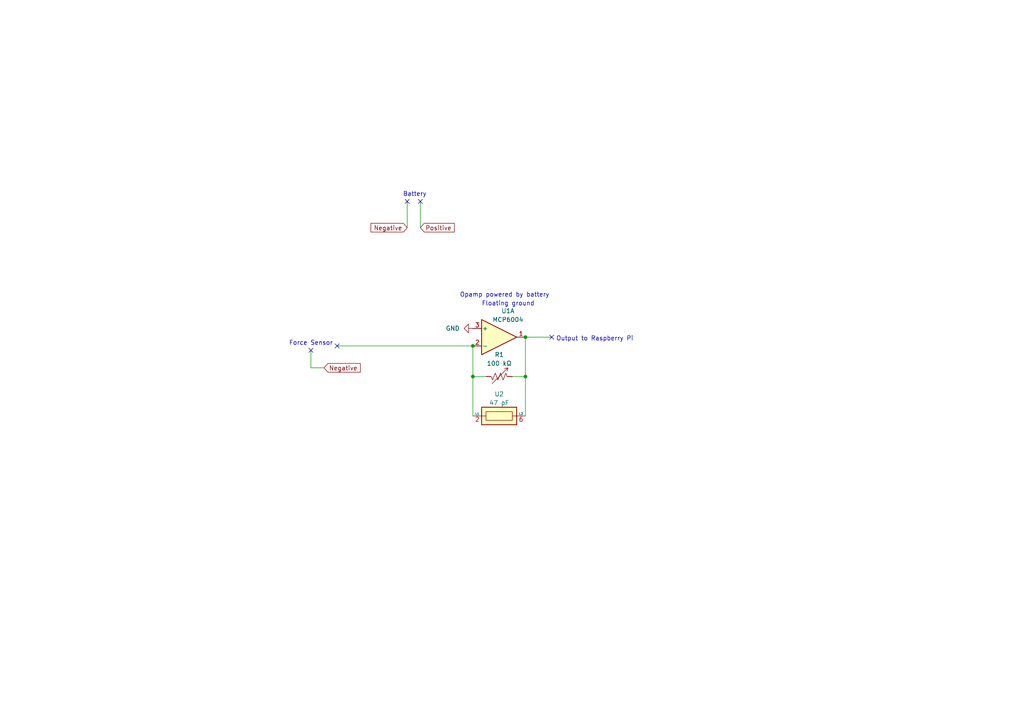
<source format=kicad_sch>
(kicad_sch (version 20230121) (generator eeschema)

  (uuid 7ae98177-b668-489a-a0ca-95a35a62f800)

  (paper "A4")

  (lib_symbols
    (symbol "Amplifier_Operational:MCP6004" (pin_names (offset 0.127)) (in_bom yes) (on_board yes)
      (property "Reference" "U" (at 0 5.08 0)
        (effects (font (size 1.27 1.27)) (justify left))
      )
      (property "Value" "MCP6004" (at 0 -5.08 0)
        (effects (font (size 1.27 1.27)) (justify left))
      )
      (property "Footprint" "" (at -1.27 2.54 0)
        (effects (font (size 1.27 1.27)) hide)
      )
      (property "Datasheet" "http://ww1.microchip.com/downloads/en/DeviceDoc/21733j.pdf" (at 1.27 5.08 0)
        (effects (font (size 1.27 1.27)) hide)
      )
      (property "ki_locked" "" (at 0 0 0)
        (effects (font (size 1.27 1.27)))
      )
      (property "ki_keywords" "quad opamp" (at 0 0 0)
        (effects (font (size 1.27 1.27)) hide)
      )
      (property "ki_description" "1MHz, Low-Power Op Amp, DIP-14/SOIC-14/TSSOP-14" (at 0 0 0)
        (effects (font (size 1.27 1.27)) hide)
      )
      (property "ki_fp_filters" "SOIC*3.9x8.7mm*P1.27mm* DIP*W7.62mm* TSSOP*4.4x5mm*P0.65mm* SSOP*5.3x6.2mm*P0.65mm* MSOP*3x3mm*P0.5mm*" (at 0 0 0)
        (effects (font (size 1.27 1.27)) hide)
      )
      (symbol "MCP6004_1_1"
        (polyline
          (pts
            (xy -5.08 5.08)
            (xy 5.08 0)
            (xy -5.08 -5.08)
            (xy -5.08 5.08)
          )
          (stroke (width 0.254) (type default))
          (fill (type background))
        )
        (pin output line (at 7.62 0 180) (length 2.54)
          (name "~" (effects (font (size 1.27 1.27))))
          (number "1" (effects (font (size 1.27 1.27))))
        )
        (pin input line (at -7.62 -2.54 0) (length 2.54)
          (name "-" (effects (font (size 1.27 1.27))))
          (number "2" (effects (font (size 1.27 1.27))))
        )
        (pin input line (at -7.62 2.54 0) (length 2.54)
          (name "+" (effects (font (size 1.27 1.27))))
          (number "3" (effects (font (size 1.27 1.27))))
        )
      )
      (symbol "MCP6004_2_1"
        (polyline
          (pts
            (xy -5.08 5.08)
            (xy 5.08 0)
            (xy -5.08 -5.08)
            (xy -5.08 5.08)
          )
          (stroke (width 0.254) (type default))
          (fill (type background))
        )
        (pin input line (at -7.62 2.54 0) (length 2.54)
          (name "+" (effects (font (size 1.27 1.27))))
          (number "5" (effects (font (size 1.27 1.27))))
        )
        (pin input line (at -7.62 -2.54 0) (length 2.54)
          (name "-" (effects (font (size 1.27 1.27))))
          (number "6" (effects (font (size 1.27 1.27))))
        )
        (pin output line (at 7.62 0 180) (length 2.54)
          (name "~" (effects (font (size 1.27 1.27))))
          (number "7" (effects (font (size 1.27 1.27))))
        )
      )
      (symbol "MCP6004_3_1"
        (polyline
          (pts
            (xy -5.08 5.08)
            (xy 5.08 0)
            (xy -5.08 -5.08)
            (xy -5.08 5.08)
          )
          (stroke (width 0.254) (type default))
          (fill (type background))
        )
        (pin input line (at -7.62 2.54 0) (length 2.54)
          (name "+" (effects (font (size 1.27 1.27))))
          (number "10" (effects (font (size 1.27 1.27))))
        )
        (pin output line (at 7.62 0 180) (length 2.54)
          (name "~" (effects (font (size 1.27 1.27))))
          (number "8" (effects (font (size 1.27 1.27))))
        )
        (pin input line (at -7.62 -2.54 0) (length 2.54)
          (name "-" (effects (font (size 1.27 1.27))))
          (number "9" (effects (font (size 1.27 1.27))))
        )
      )
      (symbol "MCP6004_4_1"
        (polyline
          (pts
            (xy -5.08 5.08)
            (xy 5.08 0)
            (xy -5.08 -5.08)
            (xy -5.08 5.08)
          )
          (stroke (width 0.254) (type default))
          (fill (type background))
        )
        (pin input line (at -7.62 2.54 0) (length 2.54)
          (name "+" (effects (font (size 1.27 1.27))))
          (number "12" (effects (font (size 1.27 1.27))))
        )
        (pin input line (at -7.62 -2.54 0) (length 2.54)
          (name "-" (effects (font (size 1.27 1.27))))
          (number "13" (effects (font (size 1.27 1.27))))
        )
        (pin output line (at 7.62 0 180) (length 2.54)
          (name "~" (effects (font (size 1.27 1.27))))
          (number "14" (effects (font (size 1.27 1.27))))
        )
      )
      (symbol "MCP6004_5_1"
        (pin power_in line (at -2.54 -7.62 90) (length 3.81)
          (name "V-" (effects (font (size 1.27 1.27))))
          (number "11" (effects (font (size 1.27 1.27))))
        )
        (pin power_in line (at -2.54 7.62 270) (length 3.81)
          (name "V+" (effects (font (size 1.27 1.27))))
          (number "4" (effects (font (size 1.27 1.27))))
        )
      )
    )
    (symbol "Device:R_Variable_US" (pin_numbers hide) (pin_names (offset 0)) (in_bom yes) (on_board yes)
      (property "Reference" "R" (at 2.54 -2.54 90)
        (effects (font (size 1.27 1.27)) (justify left))
      )
      (property "Value" "R_Variable_US" (at -2.54 -1.27 90)
        (effects (font (size 1.27 1.27)) (justify left))
      )
      (property "Footprint" "" (at -1.778 0 90)
        (effects (font (size 1.27 1.27)) hide)
      )
      (property "Datasheet" "~" (at 0 0 0)
        (effects (font (size 1.27 1.27)) hide)
      )
      (property "ki_keywords" "R res resistor variable potentiometer rheostat" (at 0 0 0)
        (effects (font (size 1.27 1.27)) hide)
      )
      (property "ki_description" "Variable resistor, US symbol" (at 0 0 0)
        (effects (font (size 1.27 1.27)) hide)
      )
      (property "ki_fp_filters" "R_*" (at 0 0 0)
        (effects (font (size 1.27 1.27)) hide)
      )
      (symbol "R_Variable_US_0_1"
        (polyline
          (pts
            (xy 0 -2.286)
            (xy 0 -2.54)
          )
          (stroke (width 0) (type default))
          (fill (type none))
        )
        (polyline
          (pts
            (xy 0 2.286)
            (xy 0 2.54)
          )
          (stroke (width 0) (type default))
          (fill (type none))
        )
        (polyline
          (pts
            (xy 0 -0.762)
            (xy 1.016 -1.143)
            (xy 0 -1.524)
            (xy -1.016 -1.905)
            (xy 0 -2.286)
          )
          (stroke (width 0) (type default))
          (fill (type none))
        )
        (polyline
          (pts
            (xy 0 0.762)
            (xy 1.016 0.381)
            (xy 0 0)
            (xy -1.016 -0.381)
            (xy 0 -0.762)
          )
          (stroke (width 0) (type default))
          (fill (type none))
        )
        (polyline
          (pts
            (xy 0 2.286)
            (xy 1.016 1.905)
            (xy 0 1.524)
            (xy -1.016 1.143)
            (xy 0 0.762)
          )
          (stroke (width 0.1524) (type default))
          (fill (type none))
        )
        (polyline
          (pts
            (xy 2.286 1.524)
            (xy 2.54 2.54)
            (xy 1.524 2.286)
            (xy 2.54 2.54)
            (xy -2.032 -2.032)
          )
          (stroke (width 0.1524) (type default))
          (fill (type none))
        )
      )
      (symbol "R_Variable_US_1_1"
        (pin passive line (at 0 3.81 270) (length 1.27)
          (name "~" (effects (font (size 1.27 1.27))))
          (number "1" (effects (font (size 1.27 1.27))))
        )
        (pin passive line (at 0 -3.81 90) (length 1.27)
          (name "~" (effects (font (size 1.27 1.27))))
          (number "2" (effects (font (size 1.27 1.27))))
        )
      )
    )
    (symbol "Power_Management:HF81" (pin_names (offset 0)) (in_bom yes) (on_board yes)
      (property "Reference" "U" (at 3.81 1.27 0)
        (effects (font (size 1.27 1.27)) (justify left))
      )
      (property "Value" "HF81" (at 3.81 -1.27 0)
        (effects (font (size 1.27 1.27)) (justify left))
      )
      (property "Footprint" "Package_SO:SOIC-8_3.9x4.9mm_P1.27mm" (at 0 0 0)
        (effects (font (size 1.27 1.27) italic) hide)
      )
      (property "Datasheet" "http://www.monolithicpower.com/DesktopModules/DocumentManage/API/Document/getDocument?id=142" (at 0 0 0)
        (effects (font (size 1.27 1.27)) hide)
      )
      (property "ki_keywords" "X capacitor discharge" (at 0 0 0)
        (effects (font (size 1.27 1.27)) hide)
      )
      (property "ki_description" "X capacitor bleeder, SOIC-8" (at 0 0 0)
        (effects (font (size 1.27 1.27)) hide)
      )
      (property "ki_fp_filters" "SOIC*3.9x4.9mm*P1.27mm*" (at 0 0 0)
        (effects (font (size 1.27 1.27)) hide)
      )
      (symbol "HF81_0_1"
        (rectangle (start -2.54 5.08) (end 2.54 -5.08)
          (stroke (width 0.254) (type default))
          (fill (type background))
        )
        (rectangle (start -1.27 3.81) (end 1.27 -3.81)
          (stroke (width 0) (type default))
          (fill (type none))
        )
        (polyline
          (pts
            (xy 0 -3.81)
            (xy 0 -5.08)
          )
          (stroke (width 0) (type default))
          (fill (type none))
        )
        (polyline
          (pts
            (xy 0 5.08)
            (xy 0 3.81)
          )
          (stroke (width 0) (type default))
          (fill (type none))
        )
      )
      (symbol "HF81_1_1"
        (pin no_connect line (at -2.54 5.08 0) (length 2.54) hide
          (name "NC" (effects (font (size 1.27 1.27))))
          (number "1" (effects (font (size 1.27 1.27))))
        )
        (pin passive line (at 0 7.62 270) (length 2.54)
          (name "L1" (effects (font (size 0.635 0.635))))
          (number "2" (effects (font (size 1.27 1.27))))
        )
        (pin passive line (at 0 7.62 270) (length 2.54) hide
          (name "L1" (effects (font (size 0.635 0.635))))
          (number "3" (effects (font (size 1.27 1.27))))
        )
        (pin no_connect line (at -2.54 2.54 0) (length 2.54) hide
          (name "NC" (effects (font (size 1.27 1.27))))
          (number "4" (effects (font (size 1.27 1.27))))
        )
        (pin no_connect line (at -2.54 -2.54 0) (length 2.54) hide
          (name "NC" (effects (font (size 1.27 1.27))))
          (number "5" (effects (font (size 1.27 1.27))))
        )
        (pin passive line (at 0 -7.62 90) (length 2.54)
          (name "L2" (effects (font (size 0.635 0.635))))
          (number "6" (effects (font (size 1.27 1.27))))
        )
        (pin passive line (at 0 -7.62 90) (length 2.54) hide
          (name "L2" (effects (font (size 0.635 0.635))))
          (number "7" (effects (font (size 1.27 1.27))))
        )
        (pin no_connect line (at -2.54 -5.08 0) (length 2.54) hide
          (name "NC" (effects (font (size 1.27 1.27))))
          (number "8" (effects (font (size 1.27 1.27))))
        )
      )
    )
    (symbol "power:GND" (power) (pin_names (offset 0)) (in_bom yes) (on_board yes)
      (property "Reference" "#PWR" (at 0 -6.35 0)
        (effects (font (size 1.27 1.27)) hide)
      )
      (property "Value" "GND" (at 0 -3.81 0)
        (effects (font (size 1.27 1.27)))
      )
      (property "Footprint" "" (at 0 0 0)
        (effects (font (size 1.27 1.27)) hide)
      )
      (property "Datasheet" "" (at 0 0 0)
        (effects (font (size 1.27 1.27)) hide)
      )
      (property "ki_keywords" "global power" (at 0 0 0)
        (effects (font (size 1.27 1.27)) hide)
      )
      (property "ki_description" "Power symbol creates a global label with name \"GND\" , ground" (at 0 0 0)
        (effects (font (size 1.27 1.27)) hide)
      )
      (symbol "GND_0_1"
        (polyline
          (pts
            (xy 0 0)
            (xy 0 -1.27)
            (xy 1.27 -1.27)
            (xy 0 -2.54)
            (xy -1.27 -1.27)
            (xy 0 -1.27)
          )
          (stroke (width 0) (type default))
          (fill (type none))
        )
      )
      (symbol "GND_1_1"
        (pin power_in line (at 0 0 270) (length 0) hide
          (name "GND" (effects (font (size 1.27 1.27))))
          (number "1" (effects (font (size 1.27 1.27))))
        )
      )
    )
  )

  (junction (at 137.16 100.33) (diameter 0) (color 0 0 0 0)
    (uuid 55763293-340f-46d0-9e15-c440386e7df9)
  )
  (junction (at 152.4 97.79) (diameter 0) (color 0 0 0 0)
    (uuid 65634e20-49d2-4ec5-83b0-c44d42f5e96e)
  )
  (junction (at 137.16 109.22) (diameter 0) (color 0 0 0 0)
    (uuid 8f4c803a-26ef-4915-80f2-8684c7194bfc)
  )
  (junction (at 152.4 109.22) (diameter 0) (color 0 0 0 0)
    (uuid cf4a0eff-448f-4c22-8a06-387406a635e0)
  )

  (no_connect (at 97.79 100.33) (uuid 3d58f4dc-29b6-4354-a6cf-08b16e3692da))
  (no_connect (at 121.92 58.42) (uuid 9b7d3c1a-d329-4c8c-a150-73fae031a5ef))
  (no_connect (at 90.17 101.6) (uuid bda806f0-01df-4c52-8572-f32d4dbfd0c2))
  (no_connect (at 118.11 58.42) (uuid c2f79be0-6951-40cf-9f5f-4aa0d893a6ed))
  (no_connect (at 160.02 97.79) (uuid fb3be8f8-1b94-4a9c-8b09-32adc89fafdb))

  (wire (pts (xy 137.16 109.22) (xy 137.16 120.65))
    (stroke (width 0) (type default))
    (uuid 08d5fafb-cbb5-4d35-b677-91eea1fb38c2)
  )
  (wire (pts (xy 93.98 106.68) (xy 90.17 106.68))
    (stroke (width 0) (type default))
    (uuid 0c9cabfd-0020-4f36-bd28-ac3844af6679)
  )
  (wire (pts (xy 152.4 97.79) (xy 160.02 97.79))
    (stroke (width 0) (type default))
    (uuid 0f966cbc-21bd-4a7b-b252-83d7f851b4d4)
  )
  (wire (pts (xy 137.16 109.22) (xy 140.97 109.22))
    (stroke (width 0) (type default))
    (uuid 1dc7c361-6093-4510-ba0b-5b2049f699d8)
  )
  (wire (pts (xy 152.4 109.22) (xy 152.4 120.65))
    (stroke (width 0) (type default))
    (uuid 2a39b134-a53e-4d46-8a34-6f5f52cb1fa7)
  )
  (wire (pts (xy 121.92 58.42) (xy 121.92 66.04))
    (stroke (width 0) (type default))
    (uuid 311c966d-0e17-450a-9ef4-8aa1a2c0b266)
  )
  (wire (pts (xy 152.4 109.22) (xy 152.4 97.79))
    (stroke (width 0) (type default))
    (uuid 3250291d-fa3d-4012-95fb-0aea51b7c27c)
  )
  (wire (pts (xy 148.59 109.22) (xy 152.4 109.22))
    (stroke (width 0) (type default))
    (uuid 404441dd-0a80-4771-b318-8fae5f74c8ac)
  )
  (wire (pts (xy 118.11 58.42) (xy 118.11 66.04))
    (stroke (width 0) (type default))
    (uuid 42dbf467-a150-41d1-bcb3-3f5e92023d00)
  )
  (wire (pts (xy 137.16 100.33) (xy 137.16 109.22))
    (stroke (width 0) (type default))
    (uuid 5b657b3c-ab62-430c-a730-1c676a09f41e)
  )
  (wire (pts (xy 90.17 101.6) (xy 90.17 106.68))
    (stroke (width 0) (type default))
    (uuid 9486d070-3136-48f7-94fd-fe15dead0b01)
  )
  (wire (pts (xy 97.79 100.33) (xy 137.16 100.33))
    (stroke (width 0) (type default))
    (uuid ff2c49d2-0dba-4fc9-9b6d-f30b67509a32)
  )

  (text "Floating ground\n" (at 139.7 88.9 0)
    (effects (font (size 1.27 1.27)) (justify left bottom))
    (uuid 44a96225-7a52-42e4-9191-ae81f30494bd)
  )
  (text "Force Sensor" (at 83.82 100.33 0)
    (effects (font (size 1.27 1.27)) (justify left bottom))
    (uuid 9c6a57b4-b720-4eac-a4a8-1d7fb33f231f)
  )
  (text "Battery" (at 116.84 57.15 0)
    (effects (font (size 1.27 1.27)) (justify left bottom))
    (uuid b19bd83e-f260-4682-990b-816c9774df60)
  )
  (text "Opamp powered by battery" (at 133.35 86.36 0)
    (effects (font (size 1.27 1.27)) (justify left bottom))
    (uuid b47553c2-95cf-4b9a-832d-8e90646c9b51)
  )
  (text "Output to Raspberry Pi" (at 161.29 99.06 0)
    (effects (font (size 1.27 1.27)) (justify left bottom))
    (uuid b73ecd0f-bbaf-443a-802e-4f9c33b3705a)
  )

  (global_label "Negative" (shape input) (at 93.98 106.68 0) (fields_autoplaced)
    (effects (font (size 1.27 1.27)) (justify left))
    (uuid 1574789e-efaa-49c6-92c3-3d676d1f1ef3)
    (property "Intersheetrefs" "${INTERSHEET_REFS}" (at 105.069 106.68 0)
      (effects (font (size 1.27 1.27)) (justify left) hide)
    )
  )
  (global_label "Positive" (shape input) (at 121.92 66.04 0) (fields_autoplaced)
    (effects (font (size 1.27 1.27)) (justify left))
    (uuid 66b4eb5d-4f69-47ec-9506-43baeba68427)
    (property "Intersheetrefs" "${INTERSHEET_REFS}" (at 132.3438 66.04 0)
      (effects (font (size 1.27 1.27)) (justify left) hide)
    )
  )
  (global_label "Negative" (shape input) (at 118.11 66.04 180) (fields_autoplaced)
    (effects (font (size 1.27 1.27)) (justify right))
    (uuid 9b379622-1416-48a8-a055-7b8efd10e824)
    (property "Intersheetrefs" "${INTERSHEET_REFS}" (at 107.021 66.04 0)
      (effects (font (size 1.27 1.27)) (justify right) hide)
    )
  )

  (symbol (lib_id "Power_Management:HF81") (at 144.78 120.65 90) (unit 1)
    (in_bom yes) (on_board yes) (dnp no)
    (uuid 8ca4ca88-ebdb-4809-afcd-28e6c77b0c42)
    (property "Reference" "U2" (at 144.78 114.3 90)
      (effects (font (size 1.27 1.27)))
    )
    (property "Value" "47 pF" (at 144.78 116.84 90)
      (effects (font (size 1.27 1.27)))
    )
    (property "Footprint" "Package_SO:SOIC-8_3.9x4.9mm_P1.27mm" (at 144.78 120.65 0)
      (effects (font (size 1.27 1.27) italic) hide)
    )
    (property "Datasheet" "http://www.monolithicpower.com/DesktopModules/DocumentManage/API/Document/getDocument?id=142" (at 144.78 120.65 0)
      (effects (font (size 1.27 1.27)) hide)
    )
    (pin "1" (uuid f80a719c-b31a-45a4-85ef-3749285c4bda))
    (pin "2" (uuid d401dc0a-d9a1-4356-82ad-07b975c3cce5))
    (pin "3" (uuid 4e5d0ac6-f549-468a-9302-7ffe9952a467))
    (pin "4" (uuid 0c984b81-9afd-46ab-8d12-3afc9f91d9f2))
    (pin "5" (uuid 9c192570-1ba9-4c6a-b8e9-9e8676e2be73))
    (pin "6" (uuid b021b2f0-bb00-49ee-9e69-1a27380e7416))
    (pin "7" (uuid 2692dd85-718d-4561-9605-ea7d096d97de))
    (pin "8" (uuid 415fba0a-e528-4688-8e88-c7fc0579c174))
    (instances
      (project "Resistance System Schematic"
        (path "/7ae98177-b668-489a-a0ca-95a35a62f800"
          (reference "U2") (unit 1)
        )
      )
    )
  )

  (symbol (lib_id "Device:R_Variable_US") (at 144.78 109.22 270) (mirror x) (unit 1)
    (in_bom yes) (on_board yes) (dnp no)
    (uuid a582666a-2f93-47b4-9033-a8a72025c796)
    (property "Reference" "R1" (at 144.8181 102.87 90)
      (effects (font (size 1.27 1.27)))
    )
    (property "Value" "100 kΩ" (at 144.8181 105.41 90)
      (effects (font (size 1.27 1.27)))
    )
    (property "Footprint" "" (at 144.78 110.998 90)
      (effects (font (size 1.27 1.27)) hide)
    )
    (property "Datasheet" "~" (at 144.78 109.22 0)
      (effects (font (size 1.27 1.27)) hide)
    )
    (pin "1" (uuid d6d7b3e0-f088-40a8-8f3c-6fbdd6a3b3da))
    (pin "2" (uuid 5cacc8d0-31af-44ff-bd1e-29ff6a78d908))
    (instances
      (project "Resistance System Schematic"
        (path "/7ae98177-b668-489a-a0ca-95a35a62f800"
          (reference "R1") (unit 1)
        )
      )
    )
  )

  (symbol (lib_id "Amplifier_Operational:MCP6004") (at 144.78 97.79 0) (unit 1)
    (in_bom yes) (on_board yes) (dnp no)
    (uuid f46341f5-2073-4ceb-b547-2b0a8904706e)
    (property "Reference" "U1" (at 147.32 90.17 0)
      (effects (font (size 1.27 1.27)))
    )
    (property "Value" "MCP6004" (at 147.32 92.71 0)
      (effects (font (size 1.27 1.27)))
    )
    (property "Footprint" "" (at 143.51 95.25 0)
      (effects (font (size 1.27 1.27)) hide)
    )
    (property "Datasheet" "http://ww1.microchip.com/downloads/en/DeviceDoc/21733j.pdf" (at 146.05 92.71 0)
      (effects (font (size 1.27 1.27)) hide)
    )
    (pin "1" (uuid 21c37b12-e256-4220-a900-eca209a688e1))
    (pin "2" (uuid 4f3a9bb9-950d-4d35-9f8d-a0a2a4cf65d4))
    (pin "3" (uuid f2cb4b9b-d7e1-4f91-9276-b554e527ed44))
    (pin "5" (uuid c555a916-7e5c-45a4-9c4a-c4ba434b46ee))
    (pin "6" (uuid b9af64f5-7a15-4ad3-98dd-0568ee827819))
    (pin "7" (uuid 035ac452-3f80-4640-bcd4-ac035f74bec2))
    (pin "10" (uuid 2bce9e43-a214-4ba6-9658-abd894e87335))
    (pin "8" (uuid afcd3286-1dc1-4e9b-9f84-dd4ca0c226fa))
    (pin "9" (uuid 8521c0ca-672c-40e7-89ad-d3dcc309335e))
    (pin "12" (uuid 722c97fd-8b9b-49ef-82d7-7dda945ff8a0))
    (pin "13" (uuid e87f2d01-f653-486a-a22b-5e9c82106f6c))
    (pin "14" (uuid 61dac9f5-81a6-4ad0-bd77-f0d6c547d021))
    (pin "11" (uuid a43eedfc-cb40-490b-b1f8-2b1c50f8a351))
    (pin "4" (uuid 23b90770-4cca-469c-9cd8-bc92b65877e7))
    (instances
      (project "Resistance System Schematic"
        (path "/7ae98177-b668-489a-a0ca-95a35a62f800"
          (reference "U1") (unit 1)
        )
      )
    )
  )

  (symbol (lib_id "power:GND") (at 137.16 95.25 270) (unit 1)
    (in_bom yes) (on_board yes) (dnp no) (fields_autoplaced)
    (uuid fdf98427-3354-4da2-913e-2e8ab49fa8fd)
    (property "Reference" "#PWR01" (at 130.81 95.25 0)
      (effects (font (size 1.27 1.27)) hide)
    )
    (property "Value" "GND" (at 133.35 95.25 90)
      (effects (font (size 1.27 1.27)) (justify right))
    )
    (property "Footprint" "" (at 137.16 95.25 0)
      (effects (font (size 1.27 1.27)) hide)
    )
    (property "Datasheet" "" (at 137.16 95.25 0)
      (effects (font (size 1.27 1.27)) hide)
    )
    (pin "1" (uuid 599acf57-1ecd-4a2d-b2b7-8457efd08039))
    (instances
      (project "Resistance System Schematic"
        (path "/7ae98177-b668-489a-a0ca-95a35a62f800"
          (reference "#PWR01") (unit 1)
        )
      )
    )
  )

  (sheet_instances
    (path "/" (page "1"))
  )
)

</source>
